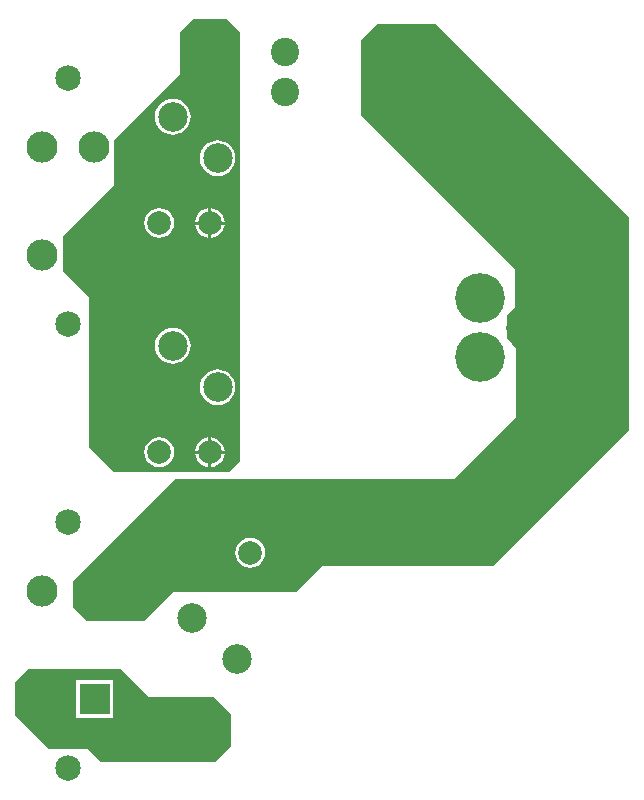
<source format=gtl>
G04*
G04 #@! TF.GenerationSoftware,Altium Limited,Altium Designer,19.1.8 (144)*
G04*
G04 Layer_Physical_Order=1*
G04 Layer_Color=255*
%FSLAX25Y25*%
%MOIN*%
G70*
G01*
G75*
%ADD11C,0.01000*%
%ADD21C,0.10394*%
%ADD22R,0.10394X0.10394*%
%ADD23C,0.08504*%
%ADD24C,0.09843*%
%ADD25C,0.07874*%
%ADD26C,0.16535*%
%ADD27C,0.09449*%
G36*
X189961Y104232D02*
X211614D01*
X217421Y98425D01*
Y87697D01*
X212106Y82382D01*
X174016D01*
X169587Y86811D01*
X156890D01*
X145571Y98130D01*
Y109055D01*
X149902Y113386D01*
X180807D01*
X189961Y104232D01*
D02*
G37*
G36*
X220472Y325886D02*
Y182579D01*
X216929Y179035D01*
X178347D01*
X170079Y187303D01*
Y237303D01*
X161417Y245965D01*
Y257776D01*
X178347Y274705D01*
Y289665D01*
X200394Y311713D01*
Y325886D01*
X204724Y330217D01*
X216142D01*
X220472Y325886D01*
D02*
G37*
G36*
X350098Y264272D02*
Y192913D01*
X304823Y147638D01*
X247736D01*
X239173Y139075D01*
X198228D01*
X188484Y129331D01*
X169291D01*
X164862Y133760D01*
Y142323D01*
X164665Y142520D01*
X169783Y147638D01*
X198917Y176772D01*
X291732D01*
X312500Y197539D01*
Y220669D01*
X309350Y223819D01*
Y231201D01*
X312205Y234055D01*
Y246654D01*
X260728Y298130D01*
Y323228D01*
X266043Y328543D01*
X285827D01*
X350098Y264272D01*
D02*
G37*
%LPC*%
G36*
X178236Y109638D02*
X165842D01*
Y97244D01*
X178236D01*
Y109638D01*
D02*
G37*
G36*
X198031Y303499D02*
X196871Y303384D01*
X195755Y303046D01*
X194726Y302496D01*
X193824Y301756D01*
X193084Y300854D01*
X192534Y299826D01*
X192196Y298710D01*
X192082Y297549D01*
X192196Y296388D01*
X192534Y295272D01*
X193084Y294243D01*
X193824Y293341D01*
X194726Y292602D01*
X195755Y292052D01*
X196871Y291713D01*
X198031Y291599D01*
X199192Y291713D01*
X200308Y292052D01*
X201337Y292602D01*
X202239Y293341D01*
X202979Y294243D01*
X203528Y295272D01*
X203867Y296388D01*
X203981Y297549D01*
X203867Y298710D01*
X203528Y299826D01*
X202979Y300854D01*
X202239Y301756D01*
X201337Y302496D01*
X200308Y303046D01*
X199192Y303384D01*
X198031Y303499D01*
D02*
G37*
G36*
X212992Y289719D02*
X211831Y289605D01*
X210715Y289266D01*
X209686Y288716D01*
X208785Y287976D01*
X208045Y287075D01*
X207495Y286046D01*
X207157Y284930D01*
X207042Y283769D01*
X207157Y282608D01*
X207495Y281492D01*
X208045Y280464D01*
X208785Y279562D01*
X209686Y278822D01*
X210715Y278272D01*
X211831Y277934D01*
X212992Y277819D01*
X214153Y277934D01*
X215269Y278272D01*
X216298Y278822D01*
X217199Y279562D01*
X217939Y280464D01*
X218489Y281492D01*
X218828Y282608D01*
X218942Y283769D01*
X218828Y284930D01*
X218489Y286046D01*
X217939Y287075D01*
X217199Y287976D01*
X216298Y288716D01*
X215269Y289266D01*
X214153Y289605D01*
X212992Y289719D01*
D02*
G37*
G36*
X210933Y267029D02*
Y262616D01*
X215347D01*
X215243Y263404D01*
X214745Y264605D01*
X213954Y265637D01*
X212923Y266428D01*
X211722Y266926D01*
X210933Y267029D01*
D02*
G37*
G36*
X209933D02*
X209144Y266926D01*
X207943Y266428D01*
X206912Y265637D01*
X206121Y264605D01*
X205623Y263404D01*
X205519Y262616D01*
X209933D01*
Y267029D01*
D02*
G37*
G36*
X215347Y261616D02*
X210933D01*
Y257202D01*
X211722Y257306D01*
X212923Y257803D01*
X213954Y258594D01*
X214745Y259626D01*
X215243Y260827D01*
X215347Y261616D01*
D02*
G37*
G36*
X209933D02*
X205519D01*
X205623Y260827D01*
X206121Y259626D01*
X206912Y258594D01*
X207943Y257803D01*
X209144Y257306D01*
X209933Y257202D01*
Y261616D01*
D02*
G37*
G36*
X193504Y267095D02*
X192215Y266926D01*
X191014Y266428D01*
X189983Y265637D01*
X189191Y264605D01*
X188694Y263404D01*
X188524Y262116D01*
X188694Y260827D01*
X189191Y259626D01*
X189983Y258594D01*
X191014Y257803D01*
X192215Y257306D01*
X193504Y257136D01*
X194793Y257306D01*
X195994Y257803D01*
X197025Y258594D01*
X197816Y259626D01*
X198314Y260827D01*
X198484Y262116D01*
X198314Y263404D01*
X197816Y264605D01*
X197025Y265637D01*
X195994Y266428D01*
X194793Y266926D01*
X193504Y267095D01*
D02*
G37*
G36*
X198031Y227121D02*
X196871Y227006D01*
X195755Y226668D01*
X194726Y226118D01*
X193824Y225378D01*
X193084Y224476D01*
X192534Y223448D01*
X192196Y222332D01*
X192082Y221171D01*
X192196Y220010D01*
X192534Y218894D01*
X193084Y217865D01*
X193824Y216964D01*
X194726Y216224D01*
X195755Y215674D01*
X196871Y215335D01*
X198031Y215221D01*
X199192Y215335D01*
X200308Y215674D01*
X201337Y216224D01*
X202239Y216964D01*
X202979Y217865D01*
X203528Y218894D01*
X203867Y220010D01*
X203981Y221171D01*
X203867Y222332D01*
X203528Y223448D01*
X202979Y224476D01*
X202239Y225378D01*
X201337Y226118D01*
X200308Y226668D01*
X199192Y227006D01*
X198031Y227121D01*
D02*
G37*
G36*
X212992Y213341D02*
X211831Y213227D01*
X210715Y212888D01*
X209686Y212338D01*
X208785Y211598D01*
X208045Y210697D01*
X207495Y209668D01*
X207157Y208552D01*
X207042Y207391D01*
X207157Y206230D01*
X207495Y205114D01*
X208045Y204086D01*
X208785Y203184D01*
X209686Y202444D01*
X210715Y201894D01*
X211831Y201556D01*
X212992Y201441D01*
X214153Y201556D01*
X215269Y201894D01*
X216298Y202444D01*
X217199Y203184D01*
X217939Y204086D01*
X218489Y205114D01*
X218828Y206230D01*
X218942Y207391D01*
X218828Y208552D01*
X218489Y209668D01*
X217939Y210697D01*
X217199Y211598D01*
X216298Y212338D01*
X215269Y212888D01*
X214153Y213227D01*
X212992Y213341D01*
D02*
G37*
G36*
X210933Y190652D02*
Y186238D01*
X215347D01*
X215243Y187027D01*
X214745Y188227D01*
X213954Y189259D01*
X212923Y190050D01*
X211722Y190548D01*
X210933Y190652D01*
D02*
G37*
G36*
X209933D02*
X209144Y190548D01*
X207943Y190050D01*
X206912Y189259D01*
X206121Y188227D01*
X205623Y187027D01*
X205519Y186238D01*
X209933D01*
Y190652D01*
D02*
G37*
G36*
X215347Y185238D02*
X210933D01*
Y180824D01*
X211722Y180928D01*
X212923Y181425D01*
X213954Y182217D01*
X214745Y183248D01*
X215243Y184449D01*
X215347Y185238D01*
D02*
G37*
G36*
X209933D02*
X205519D01*
X205623Y184449D01*
X206121Y183248D01*
X206912Y182217D01*
X207943Y181425D01*
X209144Y180928D01*
X209933Y180824D01*
Y185238D01*
D02*
G37*
G36*
X193504Y190717D02*
X192215Y190548D01*
X191014Y190050D01*
X189983Y189259D01*
X189191Y188227D01*
X188694Y187027D01*
X188524Y185738D01*
X188694Y184449D01*
X189191Y183248D01*
X189983Y182217D01*
X191014Y181425D01*
X192215Y180928D01*
X193504Y180758D01*
X194793Y180928D01*
X195994Y181425D01*
X197025Y182217D01*
X197816Y183248D01*
X198314Y184449D01*
X198484Y185738D01*
X198314Y187027D01*
X197816Y188227D01*
X197025Y189259D01*
X195994Y190050D01*
X194793Y190548D01*
X193504Y190717D01*
D02*
G37*
G36*
X223819Y157243D02*
X222530Y157074D01*
X221329Y156576D01*
X220298Y155785D01*
X219506Y154754D01*
X219009Y153553D01*
X218839Y152264D01*
X219009Y150975D01*
X219506Y149774D01*
X220298Y148743D01*
X221329Y147951D01*
X222530Y147454D01*
X223819Y147284D01*
X225108Y147454D01*
X226309Y147951D01*
X227340Y148743D01*
X228131Y149774D01*
X228629Y150975D01*
X228799Y152264D01*
X228629Y153553D01*
X228131Y154754D01*
X227340Y155785D01*
X226309Y156576D01*
X225108Y157074D01*
X223819Y157243D01*
D02*
G37*
G36*
X171850Y141065D02*
X171265Y140948D01*
X170769Y140617D01*
X170437Y140121D01*
X170321Y139535D01*
X170437Y138950D01*
X170769Y138454D01*
X170958Y138265D01*
X171454Y137934D01*
X172039Y137817D01*
X172625Y137934D01*
X173121Y138265D01*
X173452Y138761D01*
X173569Y139347D01*
X173452Y139932D01*
X173121Y140428D01*
X172932Y140617D01*
X172436Y140948D01*
X171850Y141065D01*
D02*
G37*
%LPD*%
D11*
Y139535D02*
X172039Y139347D01*
X171843Y286409D02*
Y287316D01*
D21*
X172039Y139347D02*
D03*
X154520D02*
D03*
Y103441D02*
D03*
X154323Y251411D02*
D03*
Y287316D02*
D03*
X171843D02*
D03*
D22*
X172039Y103441D02*
D03*
X171843Y251411D02*
D03*
D23*
X163287Y162402D02*
D03*
Y80394D02*
D03*
X163091Y228364D02*
D03*
Y310372D02*
D03*
D24*
X206890Y93209D02*
D03*
X204331Y130610D02*
D03*
X219291Y116831D02*
D03*
X198031Y221171D02*
D03*
X212992Y207391D02*
D03*
X210433Y244793D02*
D03*
X198031Y297549D02*
D03*
X212992Y283769D02*
D03*
X210433Y321171D02*
D03*
D25*
X223819Y152264D02*
D03*
X206890D02*
D03*
X210433Y185738D02*
D03*
X193504D02*
D03*
X210433Y262116D02*
D03*
X193504D02*
D03*
D26*
X300570Y237106D02*
D03*
X317618Y227264D02*
D03*
X300570Y217421D02*
D03*
D27*
X235563Y319057D02*
D03*
X274618D02*
D03*
X235563Y305671D02*
D03*
X274618D02*
D03*
M02*

</source>
